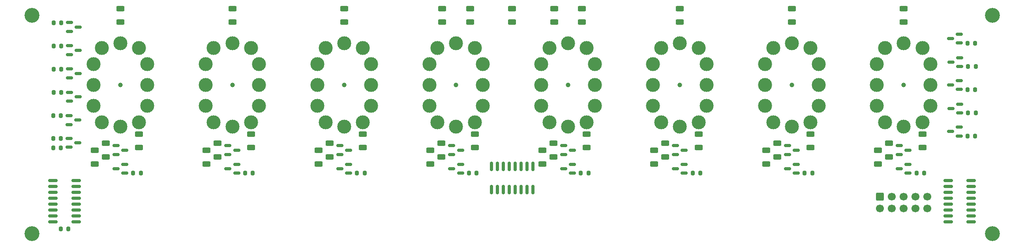
<source format=gbr>
%TF.GenerationSoftware,KiCad,Pcbnew,8.0.2*%
%TF.CreationDate,2024-05-29T18:11:17+12:00*%
%TF.ProjectId,nixie_board,6e697869-655f-4626-9f61-72642e6b6963,0.1.0*%
%TF.SameCoordinates,Original*%
%TF.FileFunction,Soldermask,Top*%
%TF.FilePolarity,Negative*%
%FSLAX46Y46*%
G04 Gerber Fmt 4.6, Leading zero omitted, Abs format (unit mm)*
G04 Created by KiCad (PCBNEW 8.0.2) date 2024-05-29 18:11:17*
%MOMM*%
%LPD*%
G01*
G04 APERTURE LIST*
G04 Aperture macros list*
%AMRoundRect*
0 Rectangle with rounded corners*
0 $1 Rounding radius*
0 $2 $3 $4 $5 $6 $7 $8 $9 X,Y pos of 4 corners*
0 Add a 4 corners polygon primitive as box body*
4,1,4,$2,$3,$4,$5,$6,$7,$8,$9,$2,$3,0*
0 Add four circle primitives for the rounded corners*
1,1,$1+$1,$2,$3*
1,1,$1+$1,$4,$5*
1,1,$1+$1,$6,$7*
1,1,$1+$1,$8,$9*
0 Add four rect primitives between the rounded corners*
20,1,$1+$1,$2,$3,$4,$5,0*
20,1,$1+$1,$4,$5,$6,$7,0*
20,1,$1+$1,$6,$7,$8,$9,0*
20,1,$1+$1,$8,$9,$2,$3,0*%
G04 Aperture macros list end*
%ADD10RoundRect,0.200000X-0.200000X-0.275000X0.200000X-0.275000X0.200000X0.275000X-0.200000X0.275000X0*%
%ADD11RoundRect,0.200000X0.200000X0.275000X-0.200000X0.275000X-0.200000X-0.275000X0.200000X-0.275000X0*%
%ADD12RoundRect,0.150000X-0.587500X-0.150000X0.587500X-0.150000X0.587500X0.150000X-0.587500X0.150000X0*%
%ADD13RoundRect,0.250000X0.625000X-0.312500X0.625000X0.312500X-0.625000X0.312500X-0.625000X-0.312500X0*%
%ADD14C,3.200000*%
%ADD15RoundRect,0.250000X-0.625000X0.312500X-0.625000X-0.312500X0.625000X-0.312500X0.625000X0.312500X0*%
%ADD16RoundRect,0.150000X0.587500X0.150000X-0.587500X0.150000X-0.587500X-0.150000X0.587500X-0.150000X0*%
%ADD17C,1.000000*%
%ADD18C,3.000000*%
%ADD19RoundRect,0.150000X0.825000X0.150000X-0.825000X0.150000X-0.825000X-0.150000X0.825000X-0.150000X0*%
%ADD20RoundRect,0.150000X0.150000X-0.825000X0.150000X0.825000X-0.150000X0.825000X-0.150000X-0.825000X0*%
%ADD21RoundRect,0.150000X-0.825000X-0.150000X0.825000X-0.150000X0.825000X0.150000X-0.825000X0.150000X0*%
%ADD22RoundRect,0.250000X-0.600000X0.600000X-0.600000X-0.600000X0.600000X-0.600000X0.600000X0.600000X0*%
%ADD23C,1.700000*%
G04 APERTURE END LIST*
D10*
%TO.C,R3*%
X54575000Y-86600000D03*
X56225000Y-86600000D03*
%TD*%
D11*
%TO.C,R32*%
X97387500Y-98950000D03*
X95737500Y-98950000D03*
%TD*%
D12*
%TO.C,Q14*%
X92062500Y-93050000D03*
X92062500Y-94950000D03*
X93937500Y-94000000D03*
%TD*%
D13*
%TO.C,R37*%
X137860000Y-95462500D03*
X137860000Y-92537500D03*
%TD*%
%TO.C,R23*%
X213000000Y-66462500D03*
X213000000Y-63537500D03*
%TD*%
D10*
%TO.C,R10*%
X54675000Y-66600000D03*
X56325000Y-66600000D03*
%TD*%
D14*
%TO.C,H3*%
X50000000Y-112000000D03*
%TD*%
D15*
%TO.C,R50*%
X207490000Y-94057500D03*
X207490000Y-96982500D03*
%TD*%
D10*
%TO.C,R9*%
X54675000Y-71600000D03*
X56325000Y-71600000D03*
%TD*%
D11*
%TO.C,R28*%
X73387500Y-98950000D03*
X71737500Y-98950000D03*
%TD*%
D16*
%TO.C,Q15*%
X93937500Y-98950000D03*
X93937500Y-97050000D03*
X92062500Y-98000000D03*
%TD*%
D13*
%TO.C,R17*%
X162000000Y-66462500D03*
X162000000Y-63537500D03*
%TD*%
%TO.C,R33*%
X113860000Y-95462500D03*
X113860000Y-92537500D03*
%TD*%
D17*
%TO.C,N1*%
X69000000Y-80000000D03*
D18*
X73000000Y-88000000D03*
X74750000Y-84500000D03*
X74750000Y-80000000D03*
X74750000Y-75500000D03*
X73000000Y-72000000D03*
X69000000Y-71000000D03*
X65000000Y-72000000D03*
X63250000Y-75500000D03*
X63250000Y-80000000D03*
X63250000Y-84500000D03*
X65000000Y-88000000D03*
X69000000Y-89000000D03*
%TD*%
D15*
%TO.C,R26*%
X63490000Y-94057500D03*
X63490000Y-96982500D03*
%TD*%
D19*
%TO.C,U1*%
X251475000Y-109445000D03*
X251475000Y-108175000D03*
X251475000Y-106905000D03*
X251475000Y-105635000D03*
X251475000Y-104365000D03*
X251475000Y-103095000D03*
X251475000Y-101825000D03*
X251475000Y-100555000D03*
X246525000Y-100555000D03*
X246525000Y-101825000D03*
X246525000Y-103095000D03*
X246525000Y-104365000D03*
X246525000Y-105635000D03*
X246525000Y-106905000D03*
X246525000Y-108175000D03*
X246525000Y-109445000D03*
%TD*%
D15*
%TO.C,R54*%
X231490000Y-94057500D03*
X231490000Y-96982500D03*
%TD*%
D13*
%TO.C,R51*%
X217000000Y-93462500D03*
X217000000Y-90537500D03*
%TD*%
D12*
%TO.C,Q18*%
X140062500Y-93050000D03*
X140062500Y-94950000D03*
X141937500Y-94000000D03*
%TD*%
D13*
%TO.C,R53*%
X233860000Y-95462500D03*
X233860000Y-92537500D03*
%TD*%
D12*
%TO.C,Q2*%
X58000000Y-86600000D03*
X58000000Y-88500000D03*
X59875000Y-87550000D03*
%TD*%
%TO.C,Q11*%
X58000000Y-91500000D03*
X58000000Y-93400000D03*
X59875000Y-92450000D03*
%TD*%
D13*
%TO.C,R21*%
X189000000Y-66462500D03*
X189000000Y-63537500D03*
%TD*%
D14*
%TO.C,H4*%
X256000000Y-112000000D03*
%TD*%
D10*
%TO.C,R4*%
X54675000Y-81600000D03*
X56325000Y-81600000D03*
%TD*%
D13*
%TO.C,R55*%
X241000000Y-93462500D03*
X241000000Y-90537500D03*
%TD*%
D12*
%TO.C,Q22*%
X188062500Y-93050000D03*
X188062500Y-94950000D03*
X189937500Y-94000000D03*
%TD*%
D17*
%TO.C,N8*%
X237000000Y-80000000D03*
D18*
X241000000Y-88000000D03*
X242750000Y-84500000D03*
X242750000Y-80000000D03*
X242750000Y-75500000D03*
X241000000Y-72000000D03*
X237000000Y-71000000D03*
X233000000Y-72000000D03*
X231250000Y-75500000D03*
X231250000Y-80000000D03*
X231250000Y-84500000D03*
X233000000Y-88000000D03*
X237000000Y-89000000D03*
%TD*%
D14*
%TO.C,H2*%
X256000000Y-65000000D03*
%TD*%
D17*
%TO.C,N2*%
X93000000Y-80000000D03*
D18*
X97000000Y-88000000D03*
X98750000Y-84500000D03*
X98750000Y-80000000D03*
X98750000Y-75500000D03*
X97000000Y-72000000D03*
X93000000Y-71000000D03*
X89000000Y-72000000D03*
X87250000Y-75500000D03*
X87250000Y-80000000D03*
X87250000Y-84500000D03*
X89000000Y-88000000D03*
X93000000Y-89000000D03*
%TD*%
D13*
%TO.C,R31*%
X97000000Y-93462500D03*
X97000000Y-90537500D03*
%TD*%
D17*
%TO.C,N3*%
X117000000Y-80000000D03*
D18*
X121000000Y-88000000D03*
X122750000Y-84500000D03*
X122750000Y-80000000D03*
X122750000Y-75500000D03*
X121000000Y-72000000D03*
X117000000Y-71000000D03*
X113000000Y-72000000D03*
X111250000Y-75500000D03*
X111250000Y-80000000D03*
X111250000Y-84500000D03*
X113000000Y-88000000D03*
X117000000Y-89000000D03*
%TD*%
D16*
%TO.C,Q21*%
X165937500Y-98950000D03*
X165937500Y-97050000D03*
X164062500Y-98000000D03*
%TD*%
D13*
%TO.C,R41*%
X161860000Y-95462500D03*
X161860000Y-92537500D03*
%TD*%
D17*
%TO.C,N4*%
X141000000Y-80000000D03*
D18*
X145000000Y-88000000D03*
X146750000Y-84500000D03*
X146750000Y-80000000D03*
X146750000Y-75500000D03*
X145000000Y-72000000D03*
X141000000Y-71000000D03*
X137000000Y-72000000D03*
X135250000Y-75500000D03*
X135250000Y-80000000D03*
X135250000Y-84500000D03*
X137000000Y-88000000D03*
X141000000Y-89000000D03*
%TD*%
D11*
%TO.C,R52*%
X217387500Y-98950000D03*
X215737500Y-98950000D03*
%TD*%
D10*
%TO.C,R8*%
X54675000Y-76600000D03*
X56325000Y-76600000D03*
%TD*%
D12*
%TO.C,Q4*%
X58062500Y-76550000D03*
X58062500Y-78450000D03*
X59937500Y-77500000D03*
%TD*%
D13*
%TO.C,R16*%
X153000000Y-66462500D03*
X153000000Y-63537500D03*
%TD*%
D16*
%TO.C,Q19*%
X141937500Y-98950000D03*
X141937500Y-97050000D03*
X140062500Y-98000000D03*
%TD*%
D14*
%TO.C,H1*%
X50000000Y-65000000D03*
%TD*%
D16*
%TO.C,Q23*%
X189937500Y-98950000D03*
X189937500Y-97050000D03*
X188062500Y-98000000D03*
%TD*%
D15*
%TO.C,R38*%
X135490000Y-94057500D03*
X135490000Y-96982500D03*
%TD*%
D13*
%TO.C,R18*%
X168000000Y-66462500D03*
X168000000Y-63537500D03*
%TD*%
D11*
%TO.C,R44*%
X169387500Y-98950000D03*
X167737500Y-98950000D03*
%TD*%
D20*
%TO.C,U2*%
X148555000Y-102475000D03*
X149825000Y-102475000D03*
X151095000Y-102475000D03*
X152365000Y-102475000D03*
X153635000Y-102475000D03*
X154905000Y-102475000D03*
X156175000Y-102475000D03*
X157445000Y-102475000D03*
X157445000Y-97525000D03*
X156175000Y-97525000D03*
X154905000Y-97525000D03*
X153635000Y-97525000D03*
X152365000Y-97525000D03*
X151095000Y-97525000D03*
X149825000Y-97525000D03*
X148555000Y-97525000D03*
%TD*%
D13*
%TO.C,R27*%
X73000000Y-93462500D03*
X73000000Y-90537500D03*
%TD*%
D11*
%TO.C,R15*%
X252325000Y-81000000D03*
X250675000Y-81000000D03*
%TD*%
%TO.C,R2*%
X252325000Y-91000000D03*
X250675000Y-91000000D03*
%TD*%
D13*
%TO.C,R47*%
X193000000Y-93462500D03*
X193000000Y-90537500D03*
%TD*%
D16*
%TO.C,Q17*%
X117937500Y-98950000D03*
X117937500Y-97050000D03*
X116062500Y-98000000D03*
%TD*%
D12*
%TO.C,Q16*%
X116062500Y-93050000D03*
X116062500Y-94950000D03*
X117937500Y-94000000D03*
%TD*%
D11*
%TO.C,R13*%
X252325000Y-71000000D03*
X250675000Y-71000000D03*
%TD*%
D13*
%TO.C,R7*%
X117000000Y-66462500D03*
X117000000Y-63537500D03*
%TD*%
D11*
%TO.C,R19*%
X252425000Y-86000000D03*
X250775000Y-86000000D03*
%TD*%
D13*
%TO.C,R25*%
X65860000Y-95462500D03*
X65860000Y-92537500D03*
%TD*%
D11*
%TO.C,R40*%
X145387500Y-98950000D03*
X143737500Y-98950000D03*
%TD*%
%TO.C,R36*%
X121387500Y-98950000D03*
X119737500Y-98950000D03*
%TD*%
D13*
%TO.C,R49*%
X209860000Y-95462500D03*
X209860000Y-92537500D03*
%TD*%
D12*
%TO.C,Q26*%
X236062500Y-93050000D03*
X236062500Y-94950000D03*
X237937500Y-94000000D03*
%TD*%
D11*
%TO.C,R1*%
X57825000Y-111000000D03*
X56175000Y-111000000D03*
%TD*%
D12*
%TO.C,Q3*%
X58062500Y-81550000D03*
X58062500Y-83450000D03*
X59937500Y-82500000D03*
%TD*%
D13*
%TO.C,R12*%
X144000000Y-66462500D03*
X144000000Y-63537500D03*
%TD*%
D10*
%TO.C,R20*%
X54575000Y-91500000D03*
X56225000Y-91500000D03*
%TD*%
D13*
%TO.C,R39*%
X145000000Y-93462500D03*
X145000000Y-90537500D03*
%TD*%
D12*
%TO.C,Q20*%
X164062500Y-93050000D03*
X164062500Y-94950000D03*
X165937500Y-94000000D03*
%TD*%
D11*
%TO.C,R56*%
X241387500Y-98950000D03*
X239737500Y-98950000D03*
%TD*%
D17*
%TO.C,N7*%
X213000000Y-80000000D03*
D18*
X217000000Y-88000000D03*
X218750000Y-84500000D03*
X218750000Y-80000000D03*
X218750000Y-75500000D03*
X217000000Y-72000000D03*
X213000000Y-71000000D03*
X209000000Y-72000000D03*
X207250000Y-75500000D03*
X207250000Y-80000000D03*
X207250000Y-84500000D03*
X209000000Y-88000000D03*
X213000000Y-89000000D03*
%TD*%
D16*
%TO.C,Q9*%
X248937500Y-80950000D03*
X248937500Y-79050000D03*
X247062500Y-80000000D03*
%TD*%
%TO.C,Q8*%
X249000000Y-76000000D03*
X249000000Y-74100000D03*
X247125000Y-75050000D03*
%TD*%
D15*
%TO.C,R30*%
X87490000Y-94057500D03*
X87490000Y-96982500D03*
%TD*%
%TO.C,R34*%
X111490000Y-94057500D03*
X111490000Y-96982500D03*
%TD*%
D17*
%TO.C,N5*%
X165000000Y-80000000D03*
D18*
X169000000Y-88000000D03*
X170750000Y-84500000D03*
X170750000Y-80000000D03*
X170750000Y-75500000D03*
X169000000Y-72000000D03*
X165000000Y-71000000D03*
X161000000Y-72000000D03*
X159250000Y-75500000D03*
X159250000Y-80000000D03*
X159250000Y-84500000D03*
X161000000Y-88000000D03*
X165000000Y-89000000D03*
%TD*%
D13*
%TO.C,R43*%
X169000000Y-93462500D03*
X169000000Y-90537500D03*
%TD*%
D12*
%TO.C,Q12*%
X68062500Y-93050000D03*
X68062500Y-94950000D03*
X69937500Y-94000000D03*
%TD*%
%TO.C,Q6*%
X58062500Y-66550000D03*
X58062500Y-68450000D03*
X59937500Y-67500000D03*
%TD*%
D13*
%TO.C,R35*%
X121000000Y-93462500D03*
X121000000Y-90537500D03*
%TD*%
D16*
%TO.C,Q25*%
X213937500Y-98950000D03*
X213937500Y-97050000D03*
X212062500Y-98000000D03*
%TD*%
D11*
%TO.C,R48*%
X193387500Y-98950000D03*
X191737500Y-98950000D03*
%TD*%
D16*
%TO.C,Q7*%
X248937500Y-70950000D03*
X248937500Y-69050000D03*
X247062500Y-70000000D03*
%TD*%
%TO.C,Q13*%
X69937500Y-98950000D03*
X69937500Y-97050000D03*
X68062500Y-98000000D03*
%TD*%
D11*
%TO.C,R22*%
X56225000Y-93500000D03*
X54575000Y-93500000D03*
%TD*%
D13*
%TO.C,R5*%
X69000000Y-66462500D03*
X69000000Y-63537500D03*
%TD*%
%TO.C,R24*%
X237000000Y-66462500D03*
X237000000Y-63537500D03*
%TD*%
%TO.C,R11*%
X138000000Y-66462500D03*
X138000000Y-63537500D03*
%TD*%
D12*
%TO.C,Q5*%
X58062500Y-71550000D03*
X58062500Y-73450000D03*
X59937500Y-72500000D03*
%TD*%
D16*
%TO.C,Q10*%
X249000000Y-86000000D03*
X249000000Y-84100000D03*
X247125000Y-85050000D03*
%TD*%
D13*
%TO.C,R45*%
X185860000Y-95462500D03*
X185860000Y-92537500D03*
%TD*%
D16*
%TO.C,Q1*%
X248937500Y-90950000D03*
X248937500Y-89050000D03*
X247062500Y-90000000D03*
%TD*%
D21*
%TO.C,U3*%
X54525000Y-100555000D03*
X54525000Y-101825000D03*
X54525000Y-103095000D03*
X54525000Y-104365000D03*
X54525000Y-105635000D03*
X54525000Y-106905000D03*
X54525000Y-108175000D03*
X54525000Y-109445000D03*
X59475000Y-109445000D03*
X59475000Y-108175000D03*
X59475000Y-106905000D03*
X59475000Y-105635000D03*
X59475000Y-104365000D03*
X59475000Y-103095000D03*
X59475000Y-101825000D03*
X59475000Y-100555000D03*
%TD*%
D16*
%TO.C,Q27*%
X237937500Y-98950000D03*
X237937500Y-97050000D03*
X236062500Y-98000000D03*
%TD*%
D13*
%TO.C,R29*%
X89860000Y-95462500D03*
X89860000Y-92537500D03*
%TD*%
D12*
%TO.C,Q24*%
X212062500Y-93050000D03*
X212062500Y-94950000D03*
X213937500Y-94000000D03*
%TD*%
D13*
%TO.C,R6*%
X93000000Y-66462500D03*
X93000000Y-63537500D03*
%TD*%
D17*
%TO.C,N6*%
X189000000Y-80000000D03*
D18*
X193000000Y-88000000D03*
X194750000Y-84500000D03*
X194750000Y-80000000D03*
X194750000Y-75500000D03*
X193000000Y-72000000D03*
X189000000Y-71000000D03*
X185000000Y-72000000D03*
X183250000Y-75500000D03*
X183250000Y-80000000D03*
X183250000Y-84500000D03*
X185000000Y-88000000D03*
X189000000Y-89000000D03*
%TD*%
D15*
%TO.C,R46*%
X183490000Y-94057500D03*
X183490000Y-96982500D03*
%TD*%
%TO.C,R42*%
X159490000Y-94057500D03*
X159490000Y-96982500D03*
%TD*%
D11*
%TO.C,R14*%
X252425000Y-76000000D03*
X250775000Y-76000000D03*
%TD*%
D22*
%TO.C,J1*%
X231920000Y-104000000D03*
D23*
X231920000Y-106540000D03*
X234460000Y-104000000D03*
X234460000Y-106540000D03*
X237000000Y-104000000D03*
X237000000Y-106540000D03*
X239540000Y-104000000D03*
X239540000Y-106540000D03*
X242080000Y-104000000D03*
X242080000Y-106540000D03*
%TD*%
M02*

</source>
